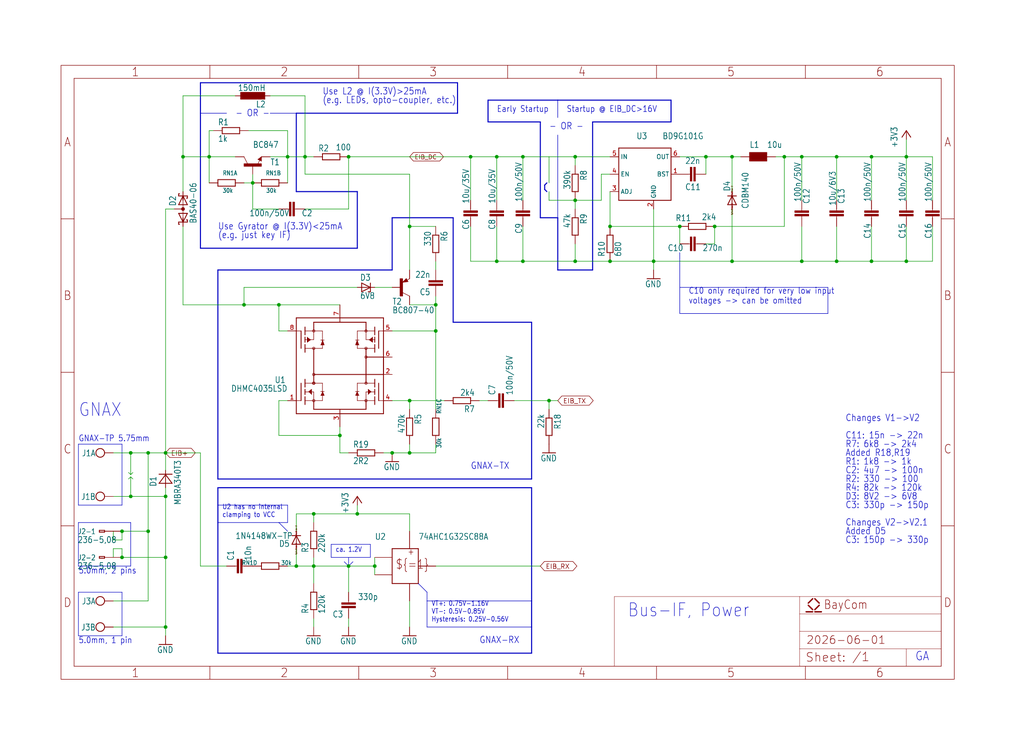
<source format=kicad_sch>
(kicad_sch (version 20230121) (generator eeschema)
  (paper "User" 298.45 217.322)
  (lib_symbols
    (symbol "gnax2-eagle-import:+3V3" (power)
      (property "Value" "+3V3" (at -2.54 -5.08 90))
      (symbol "+3V3_1_0"
        (pin power_in line (at 0 -2.54 90) (length 2.54) (name "+3V3") (number "1"))
      )
    )
    (symbol "gnax2-eagle-import:-PNP-SOT23-BEC"
      (property "Reference" "T" (at -10.16 7.62 0))
      (symbol "-PNP-SOT23-BEC_1_0"
        (pin passive line (at -2.54 0 0) (length 2.54) (name "B") (number "B"))
        (pin passive line (at 2.54 -5.08 90) (length 2.54) (name "C") (number "C"))
        (pin passive line (at 2.54 5.08 270) (length 2.54) (name "E") (number "E"))
      )
    )
    (symbol "gnax2-eagle-import:236-5,08"
      (property "Reference" "X" (at 2.54 -0.762 0))
      (symbol "236-5,08_1_0"
        (pin passive line (at -2.54 0 0) (length 2.54) (name "A1") (number "1@1"))
        (pin passive line (at -5.08 0 0) (length 2.54) (name "B1") (number "1@2"))
      )
    )
    (symbol "gnax2-eagle-import:74AHC1G32SC88A"
      (property "Reference" "U" (at -5.08 12.7 0))
      (symbol "74AHC1G32SC88A_1_0"
        (text "${=1}" (at 0.9525 4.1275 0) (effects (font (size 2.54 2.159)) (justify left bottom)))
        (text "+" (at 4.445 8.255 0) (effects (font (size 1.778 1.5113)) (justify left bottom)))
        (pin bidirectional line (at -5.08 7.62 0) (length 5.08) (name "A") (number "1"))
        (pin bidirectional line (at -5.08 2.54 0) (length 5.08) (name "B") (number "2"))
        (pin bidirectional line (at 5.08 -5.08 90) (length 5.08) (name "GND") (number "3"))
        (pin bidirectional line (at 12.7 5.08 180) (length 5.08) (name "Y") (number "4"))
        (pin bidirectional line (at 5.08 15.24 270) (length 5.08) (name "VCC") (number "5"))
      )
    )
    (symbol "gnax2-eagle-import:A4L-LOC"
      (symbol "A4L-LOC_1_0"
        (text "${#}/${##}" (at 230.505 5.08 0) (effects (font (size 2.54 2.54)) (justify left bottom)))
        (text "${CURRENT_DATE}" (at 217.17 10.16 0) (effects (font (size 2.286 2.286)) (justify left bottom)))
        (text "${PROJECTNAME}" (at 217.17 15.24 0) (effects (font (size 2.54 2.54)) (justify left bottom)))
        (text "1" (at 21.6958 1.905 0) (effects (font (size 2.54 2.286))))
        (text "1" (at 21.6958 177.165 0) (effects (font (size 2.54 2.286))))
        (text "2" (at 65.0875 1.905 0) (effects (font (size 2.54 2.286))))
        (text "2" (at 65.0875 177.165 0) (effects (font (size 2.54 2.286))))
        (text "3" (at 108.4792 1.905 0) (effects (font (size 2.54 2.286))))
        (text "3" (at 108.4792 177.165 0) (effects (font (size 2.54 2.286))))
        (text "4" (at 151.8708 1.905 0) (effects (font (size 2.54 2.286))))
        (text "4" (at 151.8708 177.165 0) (effects (font (size 2.54 2.286))))
        (text "5" (at 195.2625 1.905 0) (effects (font (size 2.54 2.286))))
        (text "5" (at 195.2625 177.165 0) (effects (font (size 2.54 2.286))))
        (text "6" (at 238.6542 1.905 0) (effects (font (size 2.54 2.286))))
        (text "6" (at 238.6542 177.165 0) (effects (font (size 2.54 2.286))))
        (text "A" (at 1.905 156.6863 0) (effects (font (size 2.54 2.286))))
        (text "A" (at 258.445 156.6863 0) (effects (font (size 2.54 2.286))))
        (text "B" (at 1.905 111.9188 0) (effects (font (size 2.54 2.286))))
        (text "B" (at 258.445 111.9188 0) (effects (font (size 2.54 2.286))))
        (text "BayCom" (at 222.25 20.32 0) (effects (font (size 2.54 2.159)) (justify left bottom)))
        (text "C" (at 1.905 67.1513 0) (effects (font (size 2.54 2.286))))
        (text "C" (at 258.445 67.1513 0) (effects (font (size 2.54 2.286))))
        (text "D" (at 1.905 22.3838 0) (effects (font (size 2.54 2.286))))
        (text "D" (at 258.445 22.3838 0) (effects (font (size 2.54 2.286))))
        (text "Sheet:" (at 216.916 4.953 0) (effects (font (size 2.54 2.54)) (justify left bottom)))
      )
    )
    (symbol "gnax2-eagle-import:BAS40-06"
      (property "Reference" "D" (at 0.762 2.0066 0))
      (symbol "BAS40-06_1_0"
        (pin passive line (at -5.08 0 0) (length 2.54) (name "K1") (number "1"))
        (pin passive line (at 5.08 0 180) (length 2.54) (name "K2") (number "2"))
        (pin passive line (at 0 2.54 270) (length 2.54) (name "AA") (number "3"))
      )
    )
    (symbol "gnax2-eagle-import:BC847"
      (property "Reference" "T" (at -10.16 7.62 0))
      (symbol "BC847_1_0"
        (pin passive line (at -2.54 0 0) (length 2.54) (name "B") (number "1"))
        (pin passive line (at 2.54 -5.08 90) (length 2.54) (name "E") (number "2"))
        (pin passive line (at 2.54 5.08 270) (length 2.54) (name "C") (number "3"))
      )
    )
    (symbol "gnax2-eagle-import:BD9G101GSOT23-6"
      (property "Reference" "U" (at -7.62 8.89 0))
      (symbol "BD9G101GSOT23-6_1_0"
        (pin output line (at 10.16 0 180) (length 2.54) (name "BST") (number "1"))
        (pin power_in line (at 2.54 -10.16 90) (length 2.54) (name "GND") (number "2"))
        (pin passive line (at -10.16 -5.08 0) (length 2.54) (name "ADJ") (number "3"))
        (pin input line (at -10.16 0 0) (length 2.54) (name "EN") (number "4"))
        (pin input line (at -10.16 5.08 0) (length 2.54) (name "IN") (number "5"))
        (pin output line (at 10.16 5.08 180) (length 2.54) (name "OUT") (number "6"))
      )
    )
    (symbol "gnax2-eagle-import:C-EUC0603K"
      (property "Reference" "C" (at 1.524 0.381 0))
      (symbol "C-EUC0603K_1_0"
        (pin passive line (at 0 2.54 270) (length 2.54) (name "1") (number "1"))
        (pin passive line (at 0 -5.08 90) (length 2.54) (name "2") (number "2"))
      )
    )
    (symbol "gnax2-eagle-import:C-EUC1206K"
      (property "Reference" "C" (at 1.524 0.381 0))
      (symbol "C-EUC1206K_1_0"
        (pin passive line (at 0 2.54 270) (length 2.54) (name "1") (number "1"))
        (pin passive line (at 0 -5.08 90) (length 2.54) (name "2") (number "2"))
      )
    )
    (symbol "gnax2-eagle-import:CON_2"
      (property "Reference" "J" (at 0 0.889 0))
      (symbol "CON_2_1_0"
        (pin passive line (at 5.08 0 180) (length 2.54) (name "KL") (number "1"))
      )
      (symbol "CON_2_2_0"
        (pin passive line (at 5.08 0 180) (length 2.54) (name "KL") (number "2"))
      )
    )
    (symbol "gnax2-eagle-import:CON_2KNX"
      (property "Reference" "J" (at 0 0.889 0))
      (symbol "CON_2KNX_1_0"
        (pin passive line (at 5.08 0 180) (length 2.54) (name "KL") (number "1"))
      )
      (symbol "CON_2KNX_2_0"
        (pin passive line (at 5.08 0 180) (length 2.54) (name "KL") (number "2"))
      )
    )
    (symbol "gnax2-eagle-import:DHMC4035LSD"
      (property "Reference" "U" (at -16.51 20.32 0))
      (symbol "DHMC4035LSD_1_0"
        (pin bidirectional line (at -15.24 -10.16 0) (length 2.54) (name "N1G") (number "1"))
        (pin bidirectional line (at 15.24 -2.54 180) (length 2.54) (name "P1D/N1D") (number "2"))
        (pin bidirectional line (at 0 -17.78 90) (length 5.08) (name "N1S/N2S") (number "3"))
        (pin bidirectional line (at 15.24 -10.16 180) (length 2.54) (name "N2G") (number "4"))
        (pin bidirectional line (at 15.24 10.16 180) (length 2.54) (name "P2G") (number "5"))
        (pin bidirectional line (at 15.24 2.54 180) (length 2.54) (name "P2D/N2D") (number "6"))
        (pin bidirectional line (at 0 17.78 270) (length 5.08) (name "P1S/P2S") (number "7"))
        (pin bidirectional line (at -15.24 10.16 0) (length 2.54) (name "P1G") (number "8"))
      )
    )
    (symbol "gnax2-eagle-import:DIODE-SOD123"
      (property "Reference" "D" (at 2.54 0.4826 0))
      (symbol "DIODE-SOD123_1_0"
        (text "SpiceOrder 1" (at -2.54 0 0) (effects (font (size 0.4064 0.3454))))
        (text "SpiceOrder 2" (at 2.54 0 0) (effects (font (size 0.4064 0.3454))))
        (pin passive line (at -2.54 0 0) (length 2.54) (name "A") (number "A"))
        (pin passive line (at 2.54 0 180) (length 2.54) (name "C") (number "C"))
      )
    )
    (symbol "gnax2-eagle-import:DIODE-SOD323-R"
      (property "Reference" "D" (at 2.54 0.4826 0))
      (symbol "DIODE-SOD323-R_1_0"
        (text "SpiceOrder 1" (at -2.54 0 0) (effects (font (size 0.4064 0.3454))))
        (text "SpiceOrder 2" (at 2.54 0 0) (effects (font (size 0.4064 0.3454))))
        (pin passive line (at -2.54 0 0) (length 2.54) (name "A") (number "A"))
        (pin passive line (at 2.54 0 180) (length 2.54) (name "C") (number "C"))
      )
    )
    (symbol "gnax2-eagle-import:GND" (power)
      (property "Value" "GND" (at -2.54 -2.54 0))
      (symbol "GND_1_0"
        (pin power_in line (at 0 2.54 270) (length 2.54) (name "GND") (number "1"))
      )
    )
    (symbol "gnax2-eagle-import:L-EU0204/5"
      (property "Reference" "L" (at -1.4986 -3.81 90))
      (symbol "L-EU0204/5_1_0"
        (pin passive line (at 0 5.08 270) (length 2.54) (name "1") (number "1"))
        (pin passive line (at 0 -5.08 90) (length 2.54) (name "2") (number "2"))
      )
    )
    (symbol "gnax2-eagle-import:L_VARELL3"
      (property "Reference" "L" (at -5.08 2.54 0))
      (symbol "L_VARELL3_1_0"
        (pin bidirectional line (at -5.08 0 0) (length 2.54) (name "P$1") (number "P$1"))
        (pin bidirectional line (at 5.08 0 180) (length 2.54) (name "P$2") (number "P$2"))
      )
    )
    (symbol "gnax2-eagle-import:MBRA340T3"
      (property "Reference" "D" (at -2.3114 2.6416 0))
      (symbol "MBRA340T3_1_0"
        (pin passive line (at -2.54 0 0) (length 2.54) (name "A") (number "A"))
        (pin passive line (at 2.54 0 180) (length 2.54) (name "C") (number "C"))
      )
    )
    (symbol "gnax2-eagle-import:R-EU_R0603"
      (property "Reference" "R" (at -3.81 1.4986 0))
      (symbol "R-EU_R0603_1_0"
        (pin passive line (at -5.08 0 0) (length 2.54) (name "1") (number "1"))
        (pin passive line (at 5.08 0 180) (length 2.54) (name "2") (number "2"))
      )
    )
    (symbol "gnax2-eagle-import:R-EU_R0805"
      (property "Reference" "R" (at -3.81 1.4986 0))
      (symbol "R-EU_R0805_1_0"
        (pin passive line (at -5.08 0 0) (length 2.54) (name "1") (number "1"))
        (pin passive line (at 5.08 0 180) (length 2.54) (name "2") (number "2"))
      )
    )
    (symbol "gnax2-eagle-import:RNET12061"
      (property "Reference" "RN" (at -8.255 0.254 0))
      (symbol "RNET12061_1_0"
        (pin bidirectional line (at -5.08 0 0) (length 2.54) (name "P$1") (number "1"))
        (pin bidirectional line (at 5.08 0 180) (length 2.54) (name "P$2") (number "8"))
      )
      (symbol "RNET12061_2_0"
        (pin bidirectional line (at -5.08 0 0) (length 2.54) (name "P$1") (number "2"))
        (pin bidirectional line (at 5.08 0 180) (length 2.54) (name "P$2") (number "7"))
      )
      (symbol "RNET12061_3_0"
        (pin bidirectional line (at -5.08 0 0) (length 2.54) (name "P$1") (number "3"))
        (pin bidirectional line (at 5.08 0 180) (length 2.54) (name "P$2") (number "6"))
      )
      (symbol "RNET12061_4_0"
        (pin bidirectional line (at -5.08 0 0) (length 2.54) (name "P$1") (number "4"))
        (pin bidirectional line (at 5.08 0 180) (length 2.54) (name "P$2") (number "5"))
      )
    )
    (symbol "gnax2-eagle-import:ZENER-DIODESOT23"
      (property "Reference" "D" (at -1.778 1.905 0))
      (symbol "ZENER-DIODESOT23_1_0"
        (pin passive line (at -2.54 0 0) (length 2.54) (name "A") (number "1"))
        (pin passive line (at 2.54 0 180) (length 2.54) (name "C") (number "3"))
      )
    )
  )
  (junction (at 71.12 88.9))
  (junction (at 144.78 45.72))
  (junction (at 243.84 76.2))
  (junction (at 48.26 132.08))
  (junction (at 167.64 76.2))
  (junction (at 243.84 45.72))
  (junction (at 43.18 132.08))
  (junction (at 205.74 45.72))
  (junction (at 83.82 45.72))
  (junction (at 137.16 45.72))
  (junction (at 152.4 45.72))
  (junction (at 198.12 66.04))
  (junction (at 73.66 53.34))
  (junction (at 35.56 154.94))
  (junction (at 160.02 116.84))
  (junction (at 91.44 165.1))
  (junction (at 114.3 132.08))
  (junction (at 254 76.2))
  (junction (at 177.8 66.04))
  (junction (at 233.68 76.2))
  (junction (at 48.26 144.78))
  (junction (at 53.34 45.72))
  (junction (at 48.26 162.56))
  (junction (at 104.14 149.86))
  (junction (at 99.06 127))
  (junction (at 167.64 58.42))
  (junction (at 144.78 76.2))
  (junction (at 213.36 76.2))
  (junction (at 48.26 182.88))
  (junction (at 101.6 165.1))
  (junction (at 119.38 116.84))
  (junction (at 233.68 45.72))
  (junction (at 35.56 162.56))
  (junction (at 190.5 76.2))
  (junction (at 213.36 45.72))
  (junction (at 264.16 45.72))
  (junction (at 119.38 66.04))
  (junction (at 119.38 132.08))
  (junction (at 81.28 88.9))
  (junction (at 208.28 66.04))
  (junction (at 264.16 76.2))
  (junction (at 167.64 45.72))
  (junction (at 254 45.72))
  (junction (at 152.4 76.2))
  (junction (at 177.8 76.2))
  (junction (at 38.1 144.78))
  (junction (at 91.44 149.86))
  (junction (at 109.22 165.1))
  (junction (at 86.36 165.1))
  (junction (at 228.6 45.72))
  (junction (at 101.6 45.72))
  (junction (at 60.96 45.72))
  (junction (at 88.9 45.72))
  (junction (at 38.1 132.08))
  (junction (at 127 96.52))
  (junction (at 43.18 154.94))
  (junction (at 127 88.9))
  (wire (pts (xy 91.44 165.1) (xy 91.44 170.18)) (stroke (width 0.1524)))
  (polyline (pts (xy 22.86 152.4) (xy 38.1 152.4)) (stroke (width 0.1524) (type solid)))
  (wire (pts (xy 33.02 144.78) (xy 38.1 144.78)) (stroke (width 0.1524)))
  (wire (pts (xy 38.1 144.78) (xy 48.26 144.78)) (stroke (width 0.1524)))
  (wire (pts (xy 119.38 50.8) (xy 88.9 50.8)) (stroke (width 0.1524)))
  (wire (pts (xy 73.66 60.96) (xy 81.28 60.96)) (stroke (width 0.1524)))
  (wire (pts (xy 264.16 40.64) (xy 264.16 45.72)) (stroke (width 0.1524)))
  (wire (pts (xy 254 45.72) (xy 264.16 45.72)) (stroke (width 0.1524)))
  (polyline (pts (xy 58.42 24.13) (xy 133.35 24.13)) (stroke (width 0.3048) (type solid)))
  (wire (pts (xy 35.56 157.48) (xy 35.56 154.94)) (stroke (width 0.1524)))
  (wire (pts (xy 119.38 132.08) (xy 127 132.08)) (stroke (width 0.1524)))
  (polyline (pts (xy 58.42 33.02) (xy 58.42 24.13)) (stroke (width 0.3048) (type solid)))
  (polyline (pts (xy 22.86 129.54) (xy 22.86 147.32)) (stroke (width 0.1524) (type solid)))
  (polyline (pts (xy 241.3 91.44) (xy 241.3 83.82)) (stroke (width 0.1524) (type solid)))
  (wire (pts (xy 104.14 149.86) (xy 104.14 147.32)) (stroke (width 0.1524)))
  (polyline (pts (xy 58.42 33.02) (xy 58.42 72.39)) (stroke (width 0.3048) (type solid)))
  (wire (pts (xy 190.5 78.74) (xy 190.5 76.2)) (stroke (width 0.1524)))
  (wire (pts (xy 60.96 38.1) (xy 62.23 38.1)) (stroke (width 0.1524)))
  (wire (pts (xy 109.22 165.1) (xy 109.22 167.64)) (stroke (width 0.1524)))
  (wire (pts (xy 48.26 132.08) (xy 58.42 132.08)) (stroke (width 0.1524)))
  (polyline (pts (xy 132.08 93.98) (xy 132.08 63.5)) (stroke (width 0.3048) (type solid)))
  (wire (pts (xy 48.26 182.88) (xy 48.26 185.42)) (stroke (width 0.1524)))
  (polyline (pts (xy 35.56 185.42) (xy 22.86 185.42)) (stroke (width 0.1524) (type solid)))
  (polyline (pts (xy 132.08 63.5) (xy 114.3 63.5)) (stroke (width 0.3048) (type solid)))
  (wire (pts (xy 81.28 116.84) (xy 83.82 116.84)) (stroke (width 0.1524)))
  (wire (pts (xy 86.36 149.86) (xy 91.44 149.86)) (stroke (width 0.1524)))
  (polyline (pts (xy 63.5 190.5) (xy 63.5 152.4)) (stroke (width 0.3048) (type solid)))
  (wire (pts (xy 91.44 162.56) (xy 91.44 165.1)) (stroke (width 0.1524)))
  (wire (pts (xy 144.78 58.42) (xy 144.78 45.72)) (stroke (width 0.1524)))
  (wire (pts (xy 33.02 160.02) (xy 35.56 160.02)) (stroke (width 0.1524)))
  (wire (pts (xy 81.28 96.52) (xy 81.28 88.9)) (stroke (width 0.1524)))
  (polyline (pts (xy 241.3 83.82) (xy 198.12 83.82)) (stroke (width 0.1524) (type solid)))
  (polyline (pts (xy 63.5 142.24) (xy 154.94 142.24)) (stroke (width 0.3048) (type solid)))
  (wire (pts (xy 60.96 45.72) (xy 68.58 45.72)) (stroke (width 0.1524)))
  (polyline (pts (xy 104.14 55.88) (xy 86.36 55.88)) (stroke (width 0.3048) (type solid)))
  (wire (pts (xy 127 88.9) (xy 127 96.52)) (stroke (width 0.1524)))
  (wire (pts (xy 119.38 116.84) (xy 129.54 116.84)) (stroke (width 0.1524)))
  (wire (pts (xy 213.36 55.88) (xy 213.36 45.72)) (stroke (width 0.1524)))
  (wire (pts (xy 101.6 165.1) (xy 109.22 165.1)) (stroke (width 0.1524)))
  (polyline (pts (xy 124.46 175.26) (xy 124.46 172.72)) (stroke (width 0.1524) (type solid)))
  (polyline (pts (xy 158.75 55.245) (xy 158.75 53.975)) (stroke (width 0.3048) (type solid)))
  (polyline (pts (xy 124.46 172.72) (xy 121.92 170.18)) (stroke (width 0.1524) (type solid)))
  (wire (pts (xy 99.06 88.9) (xy 81.28 88.9)) (stroke (width 0.1524)))
  (wire (pts (xy 271.78 45.72) (xy 271.78 58.42)) (stroke (width 0.1524)))
  (polyline (pts (xy 154.94 182.88) (xy 154.94 190.5)) (stroke (width 0.3048) (type solid)))
  (wire (pts (xy 127 119.38) (xy 127 96.52)) (stroke (width 0.1524)))
  (wire (pts (xy 243.84 66.04) (xy 243.84 76.2)) (stroke (width 0.1524)))
  (polyline (pts (xy 162.56 39.37) (xy 162.56 63.5)) (stroke (width 0.1524) (type solid)))
  (polyline (pts (xy 81.28 152.4) (xy 63.5 152.4)) (stroke (width 0.1524) (type solid)))
  (wire (pts (xy 243.84 76.2) (xy 233.68 76.2)) (stroke (width 0.1524)))
  (wire (pts (xy 167.64 60.96) (xy 167.64 58.42)) (stroke (width 0.1524)))
  (polyline (pts (xy 158.75 53.975) (xy 159.385 53.34)) (stroke (width 0.3048) (type solid)))
  (polyline (pts (xy 86.36 33.02) (xy 133.35 33.02)) (stroke (width 0.3048) (type solid)))
  (polyline (pts (xy 162.56 63.5) (xy 162.56 78.74)) (stroke (width 0.3048) (type solid)))
  (polyline (pts (xy 22.86 152.4) (xy 22.86 165.1)) (stroke (width 0.1524) (type solid)))
  (wire (pts (xy 71.12 88.9) (xy 81.28 88.9)) (stroke (width 0.1524)))
  (wire (pts (xy 127 96.52) (xy 114.3 96.52)) (stroke (width 0.1524)))
  (wire (pts (xy 213.36 60.96) (xy 213.36 76.2)) (stroke (width 0.1524)))
  (polyline (pts (xy 58.42 33.02) (xy 66.04 33.02)) (stroke (width 0.1524) (type solid)))
  (polyline (pts (xy 63.5 139.7) (xy 154.94 139.7)) (stroke (width 0.3048) (type solid)))
  (wire (pts (xy 233.68 58.42) (xy 233.68 45.72)) (stroke (width 0.1524)))
  (polyline (pts (xy 35.56 147.32) (xy 35.56 129.54)) (stroke (width 0.1524) (type solid)))
  (polyline (pts (xy 195.58 29.21) (xy 162.56 29.21)) (stroke (width 0.3048) (type solid)))
  (polyline (pts (xy 159.385 55.88) (xy 158.75 55.245)) (stroke (width 0.3048) (type solid)))
  (wire (pts (xy 243.84 45.72) (xy 233.68 45.72)) (stroke (width 0.1524)))
  (wire (pts (xy 205.74 71.12) (xy 208.28 71.12)) (stroke (width 0.1524)))
  (wire (pts (xy 114.3 116.84) (xy 119.38 116.84)) (stroke (width 0.1524)))
  (wire (pts (xy 233.68 66.04) (xy 233.68 76.2)) (stroke (width 0.1524)))
  (polyline (pts (xy 114.3 78.74) (xy 63.5 78.74)) (stroke (width 0.3048) (type solid)))
  (wire (pts (xy 139.7 116.84) (xy 142.24 116.84)) (stroke (width 0.1524)))
  (wire (pts (xy 127 165.1) (xy 157.48 165.1)) (stroke (width 0.1524)))
  (wire (pts (xy 160.02 58.42) (xy 160.02 55.88)) (stroke (width 0.1524)))
  (polyline (pts (xy 154.94 190.5) (xy 63.5 190.5)) (stroke (width 0.3048) (type solid)))
  (wire (pts (xy 109.22 165.1) (xy 109.22 162.56)) (stroke (width 0.1524)))
  (wire (pts (xy 175.26 58.42) (xy 175.26 50.8)) (stroke (width 0.1524)))
  (wire (pts (xy 48.26 60.96) (xy 48.26 132.08)) (stroke (width 0.1524)))
  (wire (pts (xy 38.1 139.065) (xy 37.465 139.7)) (stroke (width 0.1524)))
  (wire (pts (xy 43.18 175.26) (xy 43.18 154.94)) (stroke (width 0.1524)))
  (wire (pts (xy 53.34 88.9) (xy 71.12 88.9)) (stroke (width 0.1524)))
  (wire (pts (xy 137.16 45.72) (xy 144.78 45.72)) (stroke (width 0.1524)))
  (polyline (pts (xy 107.95 162.56) (xy 107.95 158.75)) (stroke (width 0.1524) (type solid)))
  (polyline (pts (xy 162.56 29.21) (xy 142.24 29.21)) (stroke (width 0.3048) (type solid)))
  (wire (pts (xy 53.34 45.72) (xy 53.34 27.94)) (stroke (width 0.1524)))
  (wire (pts (xy 83.82 45.72) (xy 88.9 45.72)) (stroke (width 0.1524)))
  (wire (pts (xy 101.6 172.72) (xy 101.6 165.1)) (stroke (width 0.1524)))
  (wire (pts (xy 152.4 76.2) (xy 167.64 76.2)) (stroke (width 0.1524)))
  (polyline (pts (xy 198.12 73.66) (xy 198.12 83.82)) (stroke (width 0.1524) (type solid)))
  (wire (pts (xy 83.82 53.34) (xy 83.82 45.72)) (stroke (width 0.1524)))
  (polyline (pts (xy 38.1 152.4) (xy 38.1 165.1)) (stroke (width 0.1524) (type solid)))
  (wire (pts (xy 144.78 76.2) (xy 137.16 76.2)) (stroke (width 0.1524)))
  (polyline (pts (xy 86.36 55.88) (xy 86.36 33.02)) (stroke (width 0.3048) (type solid)))
  (wire (pts (xy 127 86.36) (xy 127 88.9)) (stroke (width 0.1524)))
  (wire (pts (xy 53.34 45.72) (xy 53.34 55.88)) (stroke (width 0.1524)))
  (wire (pts (xy 167.64 58.42) (xy 160.02 58.42)) (stroke (width 0.1524)))
  (wire (pts (xy 38.1 132.08) (xy 43.18 132.08)) (stroke (width 0.1524)))
  (wire (pts (xy 60.96 53.34) (xy 60.96 45.72)) (stroke (width 0.1524)))
  (wire (pts (xy 119.38 119.38) (xy 119.38 116.84)) (stroke (width 0.1524)))
  (wire (pts (xy 71.12 83.82) (xy 104.14 83.82)) (stroke (width 0.1524)))
  (wire (pts (xy 58.42 132.08) (xy 58.42 165.1)) (stroke (width 0.1524)))
  (wire (pts (xy 48.26 162.56) (xy 48.26 182.88)) (stroke (width 0.1524)))
  (wire (pts (xy 152.4 58.42) (xy 152.4 45.72)) (stroke (width 0.1524)))
  (polyline (pts (xy 124.46 182.88) (xy 124.46 175.26)) (stroke (width 0.1524) (type solid)))
  (wire (pts (xy 101.6 182.88) (xy 101.6 180.34)) (stroke (width 0.1524)))
  (polyline (pts (xy 198.12 91.44) (xy 241.3 91.44)) (stroke (width 0.1524) (type solid)))
  (wire (pts (xy 38.1 138.43) (xy 37.465 137.795)) (stroke (width 0.1524)))
  (polyline (pts (xy 22.86 185.42) (xy 22.86 172.72)) (stroke (width 0.1524) (type solid)))
  (wire (pts (xy 33.02 162.56) (xy 33.02 160.02)) (stroke (width 0.1524)))
  (wire (pts (xy 137.16 58.42) (xy 137.16 45.72)) (stroke (width 0.1524)))
  (polyline (pts (xy 154.94 139.7) (xy 154.94 93.98)) (stroke (width 0.3048) (type solid)))
  (polyline (pts (xy 142.24 35.56) (xy 157.48 35.56)) (stroke (width 0.3048) (type solid)))
  (wire (pts (xy 243.84 76.2) (xy 254 76.2)) (stroke (width 0.1524)))
  (wire (pts (xy 127 132.08) (xy 127 129.54)) (stroke (width 0.1524)))
  (wire (pts (xy 48.26 142.24) (xy 48.26 144.78)) (stroke (width 0.1524)))
  (polyline (pts (xy 96.52 162.56) (xy 101.6 162.56)) (stroke (width 0.1524) (type solid)))
  (wire (pts (xy 167.64 71.12) (xy 167.64 76.2)) (stroke (width 0.1524)))
  (wire (pts (xy 88.9 50.8) (xy 88.9 45.72)) (stroke (width 0.1524)))
  (wire (pts (xy 101.6 45.72) (xy 137.16 45.72)) (stroke (width 0.1524)))
  (wire (pts (xy 73.66 50.8) (xy 73.66 53.34)) (stroke (width 0.1524)))
  (wire (pts (xy 160.02 119.38) (xy 160.02 116.84)) (stroke (width 0.1524)))
  (wire (pts (xy 119.38 66.04) (xy 119.38 50.8)) (stroke (width 0.1524)))
  (polyline (pts (xy 22.86 147.32) (xy 35.56 147.32)) (stroke (width 0.1524) (type solid)))
  (wire (pts (xy 160.02 116.84) (xy 162.56 116.84)) (stroke (width 0.1524)))
  (wire (pts (xy 264.16 76.2) (xy 271.78 76.2)) (stroke (width 0.1524)))
  (polyline (pts (xy 101.6 162.56) (xy 101.6 165.1)) (stroke (width 0.1524) (type solid)))
  (wire (pts (xy 83.82 96.52) (xy 81.28 96.52)) (stroke (width 0.1524)))
  (wire (pts (xy 48.26 137.16) (xy 48.26 132.08)) (stroke (width 0.1524)))
  (wire (pts (xy 72.39 38.1) (xy 83.82 38.1)) (stroke (width 0.1524)))
  (wire (pts (xy 119.38 149.86) (xy 119.38 154.94)) (stroke (width 0.1524)))
  (wire (pts (xy 119.38 132.08) (xy 119.38 129.54)) (stroke (width 0.1524)))
  (wire (pts (xy 83.82 38.1) (xy 83.82 45.72)) (stroke (width 0.1524)))
  (wire (pts (xy 88.9 45.72) (xy 91.44 45.72)) (stroke (width 0.1524)))
  (wire (pts (xy 53.34 88.9) (xy 53.34 66.04)) (stroke (width 0.1524)))
  (wire (pts (xy 111.76 132.08) (xy 114.3 132.08)) (stroke (width 0.1524)))
  (polyline (pts (xy 107.95 158.75) (xy 96.52 158.75)) (stroke (width 0.1524) (type solid)))
  (wire (pts (xy 264.16 76.2) (xy 264.16 66.04)) (stroke (width 0.1524)))
  (polyline (pts (xy 154.94 142.24) (xy 154.94 175.26)) (stroke (width 0.3048) (type solid)))
  (wire (pts (xy 88.9 27.94) (xy 88.9 45.72)) (stroke (width 0.1524)))
  (polyline (pts (xy 172.72 35.56) (xy 195.58 35.56)) (stroke (width 0.3048) (type solid)))
  (polyline (pts (xy 63.5 152.4) (xy 63.5 147.32)) (stroke (width 0.1524) (type solid)))
  (wire (pts (xy 208.28 66.04) (xy 228.6 66.04)) (stroke (width 0.1524)))
  (wire (pts (xy 91.44 149.86) (xy 91.44 152.4)) (stroke (width 0.1524)))
  (wire (pts (xy 58.42 165.1) (xy 66.04 165.1)) (stroke (width 0.1524)))
  (polyline (pts (xy 162.56 78.74) (xy 172.72 78.74)) (stroke (width 0.3048) (type solid)))
  (wire (pts (xy 48.26 144.78) (xy 48.26 162.56)) (stroke (width 0.1524)))
  (polyline (pts (xy 101.6 165.1) (xy 102.87 163.83)) (stroke (width 0.1524) (type solid)))
  (wire (pts (xy 60.96 45.72) (xy 60.96 38.1)) (stroke (width 0.1524)))
  (wire (pts (xy 81.28 127) (xy 99.06 127)) (stroke (width 0.1524)))
  (polyline (pts (xy 154.94 182.88) (xy 124.46 182.88)) (stroke (width 0.1524) (type solid)))
  (wire (pts (xy 50.8 60.96) (xy 48.26 60.96)) (stroke (width 0.1524)))
  (wire (pts (xy 33.02 175.26) (xy 43.18 175.26)) (stroke (width 0.1524)))
  (polyline (pts (xy 142.24 29.21) (xy 142.24 35.56)) (stroke (width 0.3048) (type solid)))
  (wire (pts (xy 53.34 27.94) (xy 68.58 27.94)) (stroke (width 0.1524)))
  (wire (pts (xy 38.1 144.78) (xy 38.1 139.065)) (stroke (width 0.1524)))
  (wire (pts (xy 114.3 132.08) (xy 119.38 132.08)) (stroke (width 0.1524)))
  (wire (pts (xy 119.38 175.26) (xy 119.38 182.88)) (stroke (width 0.1524)))
  (wire (pts (xy 233.68 76.2) (xy 213.36 76.2)) (stroke (width 0.1524)))
  (wire (pts (xy 167.64 48.26) (xy 167.64 45.72)) (stroke (width 0.1524)))
  (wire (pts (xy 175.26 50.8) (xy 177.8 50.8)) (stroke (width 0.1524)))
  (wire (pts (xy 33.02 132.08) (xy 38.1 132.08)) (stroke (width 0.1524)))
  (wire (pts (xy 78.74 27.94) (xy 88.9 27.94)) (stroke (width 0.1524)))
  (polyline (pts (xy 198.12 83.82) (xy 198.12 91.44)) (stroke (width 0.1524) (type solid)))
  (wire (pts (xy 86.36 154.94) (xy 86.36 149.86)) (stroke (width 0.1524)))
  (polyline (pts (xy 162.56 29.21) (xy 162.56 34.29)) (stroke (width 0.1524) (type solid)))
  (wire (pts (xy 33.02 182.88) (xy 48.26 182.88)) (stroke (width 0.1524)))
  (polyline (pts (xy 83.82 147.32) (xy 83.82 152.4)) (stroke (width 0.1524) (type solid)))
  (wire (pts (xy 109.22 83.82) (xy 114.3 83.82)) (stroke (width 0.1524)))
  (wire (pts (xy 33.02 154.94) (xy 33.02 157.48)) (stroke (width 0.1524)))
  (wire (pts (xy 177.8 76.2) (xy 190.5 76.2)) (stroke (width 0.1524)))
  (polyline (pts (xy 78.74 33.02) (xy 86.36 33.02)) (stroke (width 0.1524) (type solid)))
  (wire (pts (xy 119.38 66.04) (xy 127 66.04)) (stroke (width 0.1524)))
  (wire (pts (xy 86.36 160.02) (xy 86.36 165.1)) (stroke (width 0.1524)))
  (polyline (pts (xy 133.35 24.13) (xy 133.35 33.02)) (stroke (width 0.3048) (type solid)))
  (wire (pts (xy 35.56 160.02) (xy 35.56 162.56)) (stroke (width 0.1524)))
  (wire (pts (xy 101.6 60.96) (xy 88.9 60.96)) (stroke (width 0.1524)))
  (wire (pts (xy 264.16 45.72) (xy 271.78 45.72)) (stroke (width 0.1524)))
  (polyline (pts (xy 101.6 165.1) (xy 100.33 163.83)) (stroke (width 0.1524) (type solid)))
  (wire (pts (xy 208.28 66.04) (xy 208.28 71.12)) (stroke (width 0.1524)))
  (polyline (pts (xy 63.5 152.4) (xy 63.5 147.32)) (stroke (width 0.3048) (type solid)))
  (wire (pts (xy 119.38 88.9) (xy 127 88.9)) (stroke (width 0.1524)))
  (polyline (pts (xy 195.58 35.56) (xy 195.58 29.21)) (stroke (width 0.3048) (type solid)))
  (polyline (pts (xy 35.56 129.54) (xy 22.86 129.54)) (stroke (width 0.1524) (type solid)))
  (wire (pts (xy 101.6 45.72) (xy 101.6 60.96)) (stroke (width 0.1524)))
  (polyline (pts (xy 157.48 35.56) (xy 157.48 63.5)) (stroke (width 0.3048) (type solid)))
  (wire (pts (xy 167.64 45.72) (xy 177.8 45.72)) (stroke (width 0.1524)))
  (wire (pts (xy 177.8 55.88) (xy 177.8 66.04)) (stroke (width 0.1524)))
  (wire (pts (xy 167.64 58.42) (xy 175.26 58.42)) (stroke (width 0.1524)))
  (wire (pts (xy 78.74 45.72) (xy 83.82 45.72)) (stroke (width 0.1524)))
  (polyline (pts (xy 172.72 78.74) (xy 172.72 35.56)) (stroke (width 0.3048) (type solid)))
  (wire (pts (xy 38.1 132.08) (xy 38.1 138.43)) (stroke (width 0.1524)))
  (polyline (pts (xy 154.94 175.26) (xy 154.94 182.88)) (stroke (width 0.3048) (type solid)))
  (polyline (pts (xy 58.42 72.39) (xy 104.14 72.39)) (stroke (width 0.3048) (type solid)))
  (wire (pts (xy 137.16 66.04) (xy 137.16 76.2)) (stroke (width 0.1524)))
  (wire (pts (xy 99.06 132.08) (xy 101.6 132.08)) (stroke (width 0.1524)))
  (wire (pts (xy 243.84 45.72) (xy 254 45.72)) (stroke (width 0.1524)))
  (wire (pts (xy 198.12 66.04) (xy 177.8 66.04)) (stroke (width 0.1524)))
  (wire (pts (xy 152.4 76.2) (xy 144.78 76.2)) (stroke (width 0.1524)))
  (wire (pts (xy 243.84 58.42) (xy 243.84 45.72)) (stroke (width 0.1524)))
  (polyline (pts (xy 22.86 172.72) (xy 35.56 172.72)) (stroke (width 0.1524) (type solid)))
  (wire (pts (xy 91.44 165.1) (xy 101.6 165.1)) (stroke (width 0.1524)))
  (polyline (pts (xy 154.94 93.98) (xy 132.08 93.98)) (stroke (width 0.3048) (type solid)))
  (polyline (pts (xy 114.3 63.5) (xy 114.3 78.74)) (stroke (width 0.3048) (type solid)))
  (wire (pts (xy 144.78 45.72) (xy 152.4 45.72)) (stroke (width 0.1524)))
  (wire (pts (xy 152.4 66.04) (xy 152.4 76.2)) (stroke (width 0.1524)))
  (wire (pts (xy 60.96 45.72) (xy 53.34 45.72)) (stroke (width 0.1524)))
  (wire (pts (xy 119.38 78.74) (xy 119.38 66.04)) (stroke (width 0.1524)))
  (wire (pts (xy 73.66 53.34) (xy 73.66 60.96)) (stroke (width 0.1524)))
  (wire (pts (xy 213.36 76.2) (xy 190.5 76.2)) (stroke (width 0.1524)))
  (wire (pts (xy 91.44 180.34) (xy 91.44 182.88)) (stroke (width 0.1524)))
  (wire (pts (xy 35.56 154.94) (xy 43.18 154.94)) (stroke (width 0.1524)))
  (polyline (pts (xy 63.5 78.74) (xy 63.5 139.7)) (stroke (width 0.3048) (type solid)))
  (polyline (pts (xy 96.52 158.75) (xy 96.52 162.56)) (stroke (width 0.1524) (type solid)))
  (wire (pts (xy 213.36 45.72) (xy 215.9 45.72)) (stroke (width 0.1524)))
  (polyline (pts (xy 104.14 72.39) (xy 104.14 55.88)) (stroke (width 0.3048) (type solid)))
  (wire (pts (xy 81.28 127) (xy 81.28 116.84)) (stroke (width 0.1524)))
  (wire (pts (xy 35.56 162.56) (xy 48.26 162.56)) (stroke (width 0.1524)))
  (wire (pts (xy 205.74 45.72) (xy 213.36 45.72)) (stroke (width 0.1524)))
  (polyline (pts (xy 81.28 152.4) (xy 83.82 154.94)) (stroke (width 0.1524) (type solid)))
  (polyline (pts (xy 22.86 165.1) (xy 38.1 165.1)) (stroke (width 0.1524) (type solid)))
  (wire (pts (xy 190.5 76.2) (xy 190.5 60.96)) (stroke (width 0.1524)))
  (wire (pts (xy 43.18 132.08) (xy 48.26 132.08)) (stroke (width 0.1524)))
  (polyline (pts (xy 83.82 152.4) (xy 81.28 152.4)) (stroke (width 0.1524) (type solid)))
  (polyline (pts (xy 35.56 172.72) (xy 35.56 185.42)) (stroke (width 0.1524) (type solid)))
  (wire (pts (xy 264.16 58.42) (xy 264.16 45.72)) (stroke (width 0.1524)))
  (wire (pts (xy 228.6 45.72) (xy 228.6 66.04)) (stroke (width 0.1524)))
  (wire (pts (xy 254 76.2) (xy 254 66.04)) (stroke (width 0.1524)))
  (polyline (pts (xy 63.5 147.32) (xy 63.5 142.24)) (stroke (width 0.3048) (type solid)))
  (polyline (pts (xy 63.5 147.32) (xy 83.82 147.32)) (stroke (width 0.1524) (type solid)))
  (wire (pts (xy 73.66 53.34) (xy 71.12 53.34)) (stroke (width 0.1524)))
  (wire (pts (xy 71.12 88.9) (xy 71.12 83.82)) (stroke (width 0.1524)))
  (wire (pts (xy 43.18 154.94) (xy 43.18 132.08)) (stroke (width 0.1524)))
  (wire (pts (xy 152.4 45.72) (xy 160.02 45.72)) (stroke (width 0.1524)))
  (wire (pts (xy 83.82 165.1) (xy 86.36 165.1)) (stroke (width 0.1524)))
  (wire (pts (xy 99.06 124.46) (xy 99.06 127)) (stroke (width 0.1524)))
  (wire (pts (xy 99.06 127) (xy 99.06 132.08)) (stroke (width 0.1524)))
  (wire (pts (xy 33.02 157.48) (xy 35.56 157.48)) (stroke (width 0.1524)))
  (wire (pts (xy 104.14 149.86) (xy 119.38 149.86)) (stroke (width 0.1524)))
  (wire (pts (xy 149.86 116.84) (xy 160.02 116.84)) (stroke (width 0.1524)))
  (polyline (pts (xy 124.46 175.26) (xy 154.94 175.26)) (stroke (width 0.1524) (type solid)))
  (wire (pts (xy 271.78 76.2) (xy 271.78 66.04)) (stroke (width 0.1524)))
  (wire (pts (xy 38.1 138.43) (xy 38.735 137.795)) (stroke (width 0.1524)))
  (wire (pts (xy 160.02 45.72) (xy 167.64 45.72)) (stroke (width 0.1524)))
  (wire (pts (xy 198.12 71.12) (xy 198.12 66.04)) (stroke (width 0.1524)))
  (polyline (pts (xy 157.48 63.5) (xy 162.56 63.5)) (stroke (width 0.3048) (type solid)))
  (wire (pts (xy 226.06 45.72) (xy 228.6 45.72)) (stroke (width 0.1524)))
  (polyline (pts (xy 154.94 175.26) (xy 154.94 182.88)) (stroke (width 0.1524) (type solid)))
  (wire (pts (xy 254 58.42) (xy 254 45.72)) (stroke (width 0.1524)))
  (wire (pts (xy 127 78.74) (xy 127 76.2)) (stroke (width 0.1524)))
  (wire (pts (xy 254 76.2) (xy 264.16 76.2)) (stroke (width 0.1524)))
  (wire (pts (xy 228.6 45.72) (xy 233.68 45.72)) (stroke (width 0.1524)))
  (wire (pts (xy 38.1 139.065) (xy 38.735 139.7)) (stroke (width 0.1524)))
  (wire (pts (xy 104.14 149.86) (xy 91.44 149.86)) (stroke (width 0.1524)))
  (wire (pts (xy 144.78 66.04) (xy 144.78 76.2)) (stroke (width 0.1524)))
  (polyline (pts (xy 101.6 162.56) (xy 107.95 162.56)) (stroke (width 0.1524) (type solid)))
  (wire (pts (xy 86.36 165.1) (xy 91.44 165.1)) (stroke (width 0.1524)))
  (wire (pts (xy 198.12 45.72) (xy 205.74 45.72)) (stroke (width 0.1524)))
  (wire (pts (xy 167.64 76.2) (xy 177.8 76.2)) (stroke (width 0.1524)))
  (wire (pts (xy 160.02 45.72) (xy 160.02 53.34)) (stroke (width 0.1524)))
  (wire (pts (xy 205.74 50.8) (xy 205.74 45.72)) (stroke (width 0.1524)))
  (text "Use L2 @ I(3.3V)>25mA" (at 93.98 27.94 0) (effects (font (size 1.9304 1.6408)) (justify left bottom)))
  (text "Changes V2->V2.1" (at 246.38 153.67 0) (effects (font (size 1.9304 1.6408)) (justify left bottom)))
  (text "D3: 8V2 -> 6V8" (at 246.38 146.05 0) (effects (font (size 1.9304 1.6408)) (justify left bottom)))
  (text "C3: 330p -> 150p" (at 246.38 148.59 0) (effects (font (size 1.9304 1.6408)) (justify left bottom)))
  (text "C11: 15n -> 22n" (at 246.38 128.27 0) (effects (font (size 1.9304 1.6408)) (justify left bottom)))
  (text "GNAX" (at 22.86 121.92 0) (effects (font (size 3.81 3.2385)) (justify left bottom)))
  (text "(e.g. LEDs, opto-coupler, etc.)" (at 93.98 30.48 0) (effects (font (size 1.9304 1.6408)) (justify left bottom)))
  (text "C2: 4u7 -> 100n" (at 246.38 138.43 0) (effects (font (size 1.9304 1.6408)) (justify left bottom)))
  (text "C10 only required for very low input\nvoltages -> can be omitted" (at 200.66 88.9 0) (effects (font (size 1.778 1.5113)) (justify left bottom)))
  (text "GNAX-TX" (at 137.16 137.16 0) (effects (font (size 1.9304 1.6408)) (justify left bottom)))
  (text "(e.g. just key IF)" (at 63.5 69.85 0) (effects (font (size 1.9304 1.6408)) (justify left bottom)))
  (text "R4: 82k -> 120k" (at 246.38 143.51 0) (effects (font (size 1.9304 1.6408)) (justify left bottom)))
  (text "- OR -" (at 68.58 34.29 0) (effects (font (size 1.9304 1.6408)) (justify left bottom)))
  (text "C3: 150p -> 330p" (at 246.38 158.75 0) (effects (font (size 1.9304 1.6408)) (justify left bottom)))
  (text "U2 has no internal\nclamping to VCC~{}" (at 64.77 151.13 0) (effects (font (size 1.4224 1.209)) (justify left bottom)))
  (text "Added R18,R19" (at 246.38 133.35 0) (effects (font (size 1.9304 1.6408)) (justify left bottom)))
  (text "Early Startup" (at 144.78 33.02 0) (effects (font (size 1.778 1.5113)) (justify left bottom)))
  (text "Startup @ EIB_DC>16V" (at 165.1 33.02 0) (effects (font (size 1.778 1.5113)) (justify left bottom)))
  (text "ca. 1.2V" (at 97.79 161.29 0) (effects (font (size 1.4224 1.209)) (justify left bottom)))
  (text "R2: 330 -> 100" (at 246.38 140.97 0) (effects (font (size 1.9304 1.6408)) (justify left bottom)))
  (text "Use Gyrator @ I(3.3V)<25mA" (at 63.5 67.31 0) (effects (font (size 1.9304 1.6408)) (justify left bottom)))
  (text "5.0mm, 1 pin" (at 22.86 187.96 0) (effects (font (size 1.778 1.5113)) (justify left bottom)))
  (text "GNAX-TP 5.75mm" (at 22.86 127 0) (effects (font (size 1.778 1.5113)) (justify left top)))
  (text "GA" (at 266.7 193.04 0) (effects (font (size 2.54 2.159)) (justify left bottom)))
  (text "Changes V1->V2" (at 246.38 123.19 0) (effects (font (size 1.9304 1.6408)) (justify left bottom)))
  (text "R7: 6k8 -> 2k4" (at 246.38 130.81 0) (effects (font (size 1.9304 1.6408)) (justify left bottom)))
  (text "GNAX-RX" (at 139.7 187.96 0) (effects (font (size 1.9304 1.6408)) (justify left bottom)))
  (text "VT+: 0.75V-1.16V\nVT-: 0.5V-0.85V\nHysteresis: 0.25V-0.56V" (at 125.73 181.61 0) (effects (font (size 1.4224 1.209)) (justify left bottom)))
  (text "Added D5" (at 246.38 156.21 0) (effects (font (size 1.9304 1.6408)) (justify left bottom)))
  (text "Bus-IF, Power" (at 182.88 180.34 0) (effects (font (size 3.81 3.2385)) (justify left bottom)))
  (text "R1: 1k8 -> 1k" (at 246.38 135.89 0) (effects (font (size 1.9304 1.6408)) (justify left bottom)))
  (text "5.0mm, 2 pins" (at 22.86 167.64 0) (effects (font (size 1.778 1.5113)) (justify left bottom)))
  (text "- OR -" (at 160.02 38.1 0) (effects (font (size 1.9304 1.6408)) (justify left bottom)))
  (global_label "EIB_RX" (shape bidirectional) (at 157.48 165.1 0) (effects (font (size 1.3513 1.3513))) (property "Intersheetrefs" "${INTERSHEET_REFS}" (effects hide)))
  (global_label "EIB_DC" (shape bidirectional) (at 119.38 45.72 0) (effects (font (size 1.2446 1.2446))) (property "Intersheetrefs" "${INTERSHEET_REFS}" (effects hide)))
  (global_label "EIB_TX" (shape bidirectional) (at 162.56 116.84 0) (effects (font (size 1.3513 1.3513))) (property "Intersheetrefs" "${INTERSHEET_REFS}" (effects hide)))
  (global_label "EIB+" (shape bidirectional) (at 48.26 132.08 0) (effects (font (size 1.3513 1.3513))) (property "Intersheetrefs" "${INTERSHEET_REFS}" (effects hide)))
  (symbol (lib_id "gnax2-eagle-import:R-EU_R0603") (at 203.2 66.04 0) (unit 1)
    (property "Reference" "R11" (at 196.85 64.5414 0) (effects (font (size 1.778 1.5113)) (justify left bottom)))
    (property "Value" "2k4" (at 204.47 64.262 0) (effects (font (size 1.778 1.5113)) (justify left bottom)))
    (property "Footprint" "gnax2:R0603" (effects hide))
  )
  (symbol (lib_id "gnax2-eagle-import:GND") (at 48.26 187.96 0) (unit 1)
    (property "Reference" "#GND1" (effects hide))
    (property "Value" "GND" (at 45.72 190.5 0) (effects (font (size 1.778 1.5113)) (justify left bottom)))
  )
  (symbol (lib_id "gnax2-eagle-import:BD9G101GSOT23-6") (at 187.96 50.8 0) (unit 1)
    (property "Reference" "U3" (at 185.42 40.64 0) (effects (font (size 1.778 1.5113)) (justify left bottom)))
    (property "Value" "BD9G101G" (at 193.04 40.64 0) (effects (font (size 1.778 1.5113)) (justify left bottom)))
    (property "Footprint" "gnax2:SOT23-6" (effects hide))
  )
  (symbol (lib_id "gnax2-eagle-import:C-EUC1206K") (at 144.78 60.96 0) (unit 1)
    (property "Reference" "C8" (at 144.399 67.056 90) (effects (font (size 1.778 1.5113)) (justify left bottom)))
    (property "Value" "10u/35V" (at 144.399 59.436 90) (effects (font (size 1.778 1.5113)) (justify left bottom)))
    (property "Footprint" "gnax2:C1206K" (effects hide))
  )
  (symbol (lib_id "gnax2-eagle-import:RNET12061") (at 78.74 53.34 180) (unit 2)
    (property "Reference" "RN1" (at 81.915 49.784 0) (effects (font (size 1.27 1.0795)) (justify left bottom)))
    (property "Value" "30k" (at 80.645 54.864 0) (effects (font (size 1.27 1.0795)) (justify left bottom)))
    (property "Footprint" "gnax2:1206_8" (effects hide))
  )
  (symbol (lib_id "gnax2-eagle-import:DIODE-SOD123") (at 213.36 58.42 90) (unit 1)
    (property "Reference" "D4" (at 212.8774 55.88 0) (effects (font (size 1.778 1.5113)) (justify left bottom)))
    (property "Value" "CDBM140" (at 218.2114 60.96 0) (effects (font (size 1.778 1.5113)) (justify left bottom)))
    (property "Footprint" "gnax2:SOD123" (effects hide))
  )
  (symbol (lib_id "gnax2-eagle-import:C-EUC0603K") (at 152.4 63.5 180) (unit 1)
    (property "Reference" "C9" (at 150.241 65.024 90) (effects (font (size 1.778 1.5113)) (justify left bottom)))
    (property "Value" "100n/50V" (at 150.241 47.244 90) (effects (font (size 1.778 1.5113)) (justify left bottom)))
    (property "Footprint" "gnax2:C0603K" (effects hide))
  )
  (symbol (lib_id "gnax2-eagle-import:C-EUC0603K") (at 271.78 63.5 180) (unit 1)
    (property "Reference" "C16" (at 269.621 65.024 90) (effects (font (size 1.778 1.5113)) (justify left bottom)))
    (property "Value" "100n/50V" (at 269.621 47.244 90) (effects (font (size 1.778 1.5113)) (justify left bottom)))
    (property "Footprint" "gnax2:C0603K" (effects hide))
  )
  (symbol (lib_id "gnax2-eagle-import:R-EU_R0805") (at 106.68 132.08 0) (unit 1)
    (property "Reference" "R19" (at 102.87 130.5814 0) (effects (font (size 1.778 1.5113)) (justify left bottom)))
    (property "Value" "2R2" (at 102.87 135.382 0) (effects (font (size 1.778 1.5113)) (justify left bottom)))
    (property "Footprint" "gnax2:R0805" (effects hide))
  )
  (symbol (lib_id "gnax2-eagle-import:MBRA340T3") (at 48.26 139.7 90) (unit 1)
    (property "Reference" "D1" (at 45.6184 142.0114 0) (effects (font (size 1.778 1.5113)) (justify left bottom)))
    (property "Value" "MBRA340T3" (at 52.7558 147.3454 0) (effects (font (size 1.778 1.5113)) (justify left bottom)))
    (property "Footprint" "gnax2:SMA" (effects hide))
  )
  (symbol (lib_id "gnax2-eagle-import:CON_2KNX") (at 27.94 144.78 0) (unit 2)
    (property "Reference" "J1" (at 27.94 143.891 0) (effects (font (size 1.778 1.5113)) (justify right top)))
    (property "Value" "CON_2KNX" (effects hide))
    (property "Footprint" "gnax2:KNX2" (effects hide))
  )
  (symbol (lib_id "gnax2-eagle-import:R-EU_R0603") (at 167.64 66.04 270) (unit 1)
    (property "Reference" "R9" (at 169.1386 62.23 0) (effects (font (size 1.778 1.5113)) (justify left bottom)))
    (property "Value" "47k" (at 164.338 62.23 0) (effects (font (size 1.778 1.5113)) (justify left bottom)))
    (property "Footprint" "gnax2:R0603" (effects hide))
  )
  (symbol (lib_id "gnax2-eagle-import:CON_2") (at 27.94 182.88 0) (unit 2)
    (property "Reference" "J3" (at 27.94 181.991 0) (effects (font (size 1.778 1.5113)) (justify right top)))
    (property "Value" "CON_2" (effects hide))
    (property "Footprint" "gnax2:W237-102" (effects hide))
  )
  (symbol (lib_id "gnax2-eagle-import:BAS40-06") (at 53.34 60.96 90) (unit 1)
    (property "Reference" "D2" (at 51.3334 60.198 0) (effects (font (size 1.778 1.5113)) (justify left bottom)))
    (property "Value" "BAS40-06" (at 57.3024 65.278 0) (effects (font (size 1.778 1.5113)) (justify left bottom)))
    (property "Footprint" "gnax2:SOT23" (effects hide))
  )
  (symbol (lib_id "gnax2-eagle-import:GND") (at 91.44 185.42 0) (unit 1)
    (property "Reference" "#GND2" (effects hide))
    (property "Value" "GND" (at 88.9 187.96 0) (effects (font (size 1.778 1.5113)) (justify left bottom)))
  )
  (symbol (lib_id "gnax2-eagle-import:+3V3") (at 104.14 144.78 0) (unit 1)
    (property "Reference" "#+3V31" (effects hide))
    (property "Value" "+3V3" (at 101.6 149.86 90) (effects (font (size 1.778 1.5113)) (justify left bottom)))
  )
  (symbol (lib_id "gnax2-eagle-import:RNET12061") (at 78.74 165.1 0) (unit 4)
    (property "Reference" "RN1" (at 70.485 164.846 0) (effects (font (size 1.27 1.0795)) (justify left bottom)))
    (property "Value" "30k" (at 81.915 164.846 0) (effects (font (size 1.27 1.0795)) (justify left bottom)))
    (property "Footprint" "gnax2:1206_8" (effects hide))
  )
  (symbol (lib_id "gnax2-eagle-import:C-EUC1206K") (at 137.16 60.96 0) (unit 1)
    (property "Reference" "C6" (at 136.779 67.056 90) (effects (font (size 1.778 1.5113)) (justify left bottom)))
    (property "Value" "10u/35V" (at 136.779 59.436 90) (effects (font (size 1.778 1.5113)) (justify left bottom)))
    (property "Footprint" "gnax2:C1206K" (effects hide))
  )
  (symbol (lib_id "gnax2-eagle-import:C-EUC0603K") (at 101.6 177.8 180) (unit 1)
    (property "Reference" "C3" (at 100.076 178.181 0) (effects (font (size 1.778 1.5113)) (justify left bottom)))
    (property "Value" "330p" (at 110.236 173.101 0) (effects (font (size 1.778 1.5113)) (justify left bottom)))
    (property "Footprint" "gnax2:C0603K" (effects hide))
  )
  (symbol (lib_id "gnax2-eagle-import:C-EUC0603K") (at 243.84 63.5 180) (unit 1)
    (property "Reference" "C13" (at 244.221 54.864 90) (effects (font (size 1.778 1.5113)) (justify left bottom)))
    (property "Value" "10u/6V3" (at 241.681 49.784 90) (effects (font (size 1.778 1.5113)) (justify left bottom)))
    (property "Footprint" "gnax2:C0603K" (effects hide))
  )
  (symbol (lib_id "gnax2-eagle-import:GND") (at 114.3 134.62 0) (unit 1)
    (property "Reference" "#GND3" (effects hide))
    (property "Value" "GND" (at 111.76 137.16 0) (effects (font (size 1.778 1.5113)) (justify left bottom)))
  )
  (symbol (lib_id "gnax2-eagle-import:C-EUC0603K") (at 127 83.82 180) (unit 1)
    (property "Reference" "C5" (at 125.476 84.201 0) (effects (font (size 1.778 1.5113)) (justify left bottom)))
    (property "Value" "22n" (at 125.476 79.121 0) (effects (font (size 1.778 1.5113)) (justify left bottom)))
    (property "Footprint" "gnax2:C0603K" (effects hide))
  )
  (symbol (lib_id "gnax2-eagle-import:RNET12061") (at 66.04 53.34 0) (unit 1)
    (property "Reference" "RN1" (at 69.215 49.784 0) (effects (font (size 1.27 1.0795)) (justify right top)))
    (property "Value" "30k" (at 67.945 54.864 0) (effects (font (size 1.27 1.0795)) (justify right top)))
    (property "Footprint" "gnax2:1206_8" (effects hide))
  )
  (symbol (lib_id "gnax2-eagle-import:GND") (at 190.5 81.28 0) (unit 1)
    (property "Reference" "#GND6" (effects hide))
    (property "Value" "GND" (at 187.96 83.82 0) (effects (font (size 1.778 1.5113)) (justify left bottom)))
  )
  (symbol (lib_id "gnax2-eagle-import:R-EU_R0603") (at 127 71.12 270) (unit 1)
    (property "Reference" "R6" (at 128.4986 67.31 0) (effects (font (size 1.778 1.5113)) (justify left bottom)))
    (property "Value" "330" (at 123.698 67.31 0) (effects (font (size 1.778 1.5113)) (justify left bottom)))
    (property "Footprint" "gnax2:R0603" (effects hide))
  )
  (symbol (lib_id "gnax2-eagle-import:74AHC1G32SC88A") (at 114.3 170.18 0) (unit 1)
    (property "Reference" "U2" (at 109.22 157.48 0) (effects (font (size 1.778 1.5113)) (justify left bottom)))
    (property "Value" "74AHC1G32SC88A" (at 121.92 157.48 0) (effects (font (size 1.778 1.5113)) (justify left bottom)))
    (property "Footprint" "gnax2:SC88A" (effects hide))
  )
  (symbol (lib_id "gnax2-eagle-import:C-EUC0603K") (at 144.78 116.84 90) (unit 1)
    (property "Reference" "C7" (at 144.399 115.316 0) (effects (font (size 1.778 1.5113)) (justify left bottom)))
    (property "Value" "100n/50V" (at 149.479 115.316 0) (effects (font (size 1.778 1.5113)) (justify left bottom)))
    (property "Footprint" "gnax2:C0603K" (effects hide))
  )
  (symbol (lib_id "gnax2-eagle-import:R-EU_R0603") (at 67.31 38.1 0) (unit 1)
    (property "Reference" "R1" (at 63.5 36.6014 0) (effects (font (size 1.778 1.5113)) (justify left bottom)))
    (property "Value" "1k" (at 63.5 41.402 0) (effects (font (size 1.778 1.5113)) (justify left bottom)))
    (property "Footprint" "gnax2:R0603" (effects hide))
  )
  (symbol (lib_id "gnax2-eagle-import:DHMC4035LSD") (at 99.06 106.68 0) (unit 1)
    (property "Reference" "U1" (at 80.01 111.76 0) (effects (font (size 1.778 1.5113)) (justify left bottom)))
    (property "Value" "DHMC4035LSD" (at 67.31 114.3 0) (effects (font (size 1.778 1.5113)) (justify left bottom)))
    (property "Footprint" "gnax2:SOP8" (effects hide))
  )
  (symbol (lib_id "gnax2-eagle-import:+3V3") (at 264.16 38.1 0) (unit 1)
    (property "Reference" "#+3V32" (effects hide))
    (property "Value" "+3V3" (at 261.62 43.18 90) (effects (font (size 1.778 1.5113)) (justify left bottom)))
  )
  (symbol (lib_id "gnax2-eagle-import:R-EU_R0603") (at 167.64 53.34 270) (unit 1)
    (property "Reference" "R8" (at 169.1386 49.53 0) (effects (font (size 1.778 1.5113)) (justify left bottom)))
    (property "Value" "390k" (at 164.338 49.53 0) (effects (font (size 1.778 1.5113)) (justify left bottom)))
    (property "Footprint" "gnax2:R0603" (effects hide))
  )
  (symbol (lib_id "gnax2-eagle-import:BC847") (at 73.66 48.26 90) (unit 1)
    (property "Reference" "T1" (at 78.74 48.26 90) (effects (font (size 1.778 1.5113)) (justify right top)))
    (property "Value" "BC847" (at 73.66 43.18 90) (effects (font (size 1.778 1.5113)) (justify right top)))
    (property "Footprint" "gnax2:SOT23" (effects hide))
  )
  (symbol (lib_id "gnax2-eagle-import:R-EU_R0603") (at 177.8 71.12 90) (unit 1)
    (property "Reference" "R10" (at 176.3014 74.93 0) (effects (font (size 1.778 1.5113)) (justify left bottom)))
    (property "Value" "680" (at 181.102 74.93 0) (effects (font (size 1.778 1.5113)) (justify left bottom)))
    (property "Footprint" "gnax2:R0603" (effects hide))
  )
  (symbol (lib_id "gnax2-eagle-import:GND") (at 160.02 132.08 0) (unit 1)
    (property "Reference" "#GND25" (effects hide))
    (property "Value" "GND" (at 157.48 134.62 0) (effects (font (size 1.778 1.5113)) (justify left bottom)))
  )
  (symbol (lib_id "gnax2-eagle-import:GND") (at 101.6 185.42 0) (unit 1)
    (property "Reference" "#GND4" (effects hide))
    (property "Value" "GND" (at 99.06 187.96 0) (effects (font (size 1.778 1.5113)) (justify left bottom)))
  )
  (symbol (lib_id "gnax2-eagle-import:C-EUC0603K") (at 254 63.5 180) (unit 1)
    (property "Reference" "C14" (at 251.841 65.024 90) (effects (font (size 1.778 1.5113)) (justify left bottom)))
    (property "Value" "100n/50V" (at 251.841 47.244 90) (effects (font (size 1.778 1.5113)) (justify left bottom)))
    (property "Footprint" "gnax2:C0603K" (effects hide))
  )
  (symbol (lib_id "gnax2-eagle-import:A4L-LOC") (at 17.78 198.12 0) (unit 1)
    (property "Reference" "#FRAME1" (effects hide))
    (property "Value" "A4L-LOC" (effects hide))
  )
  (symbol (lib_id "gnax2-eagle-import:ZENER-DIODESOT23") (at 106.68 83.82 0) (unit 1)
    (property "Reference" "D3" (at 104.902 81.915 0) (effects (font (size 1.778 1.5113)) (justify left bottom)))
    (property "Value" "6V8" (at 104.902 87.249 0) (effects (font (size 1.778 1.5113)) (justify left bottom)))
    (property "Footprint" "gnax2:SOT23" (effects hide))
  )
  (symbol (lib_id "gnax2-eagle-import:C-EUC0603K") (at 233.68 63.5 180) (unit 1)
    (property "Reference" "C12" (at 234.061 54.864 90) (effects (font (size 1.778 1.5113)) (justify left bottom)))
    (property "Value" "100n/50V" (at 231.521 47.244 90) (effects (font (size 1.778 1.5113)) (justify left bottom)))
    (property "Footprint" "gnax2:C0603K" (effects hide))
  )
  (symbol (lib_id "gnax2-eagle-import:L-EU0204/5") (at 73.66 27.94 90) (unit 1)
    (property "Reference" "L2" (at 77.47 29.4386 90) (effects (font (size 1.778 1.5113)) (justify left bottom)))
    (property "Value" "150mH" (at 77.47 24.638 90) (effects (font (size 1.778 1.5113)) (justify left bottom)))
    (property "Footprint" "gnax2:0204_5" (effects hide))
  )
  (symbol (lib_id "gnax2-eagle-import:C-EUC0603K") (at 86.36 60.96 270) (unit 1)
    (property "Reference" "C2" (at 87.884 63.119 90) (effects (font (size 1.778 1.5113)) (justify left bottom)))
    (property "Value" "100n/50V" (at 72.644 63.119 90) (effects (font (size 1.778 1.5113)) (justify left bottom)))
    (property "Footprint" "gnax2:C0603K" (effects hide))
  )
  (symbol (lib_id "gnax2-eagle-import:DIODE-SOD323-R") (at 86.36 157.48 90) (unit 1)
    (property "Reference" "D5" (at 81.28 159.5374 90) (effects (font (size 1.778 1.5113)) (justify right top)))
    (property "Value" "1N4148WX-TP" (at 68.58 157.2514 90) (effects (font (size 1.778 1.5113)) (justify right top)))
    (property "Footprint" "gnax2:SOD323-R" (effects hide))
  )
  (symbol (lib_id "gnax2-eagle-import:R-EU_R0603") (at 160.02 124.46 270) (unit 1)
    (property "Reference" "R18" (at 161.5186 120.65 0) (effects (font (size 1.778 1.5113)) (justify left bottom)))
    (property "Value" "22k" (at 156.718 120.65 0) (effects (font (size 1.778 1.5113)) (justify left bottom)))
    (property "Footprint" "gnax2:R0603" (effects hide))
  )
  (symbol (lib_id "gnax2-eagle-import:R-EU_R0603") (at 91.44 157.48 90) (unit 1)
    (property "Reference" "R3" (at 89.9414 161.29 0) (effects (font (size 1.778 1.5113)) (justify left bottom)))
    (property "Value" "220k" (at 94.742 161.29 0) (effects (font (size 1.778 1.5113)) (justify left bottom)))
    (property "Footprint" "gnax2:R0603" (effects hide))
  )
  (symbol (lib_id "gnax2-eagle-import:RNET12061") (at 127 124.46 270) (unit 3)
    (property "Reference" "RN1" (at 127.254 116.205 0) (effects (font (size 1.27 1.0795)) (justify left bottom)))
    (property "Value" "30k" (at 127.254 127.635 0) (effects (font (size 1.27 1.0795)) (justify left bottom)))
    (property "Footprint" "gnax2:1206_8" (effects hide))
  )
  (symbol (lib_id "gnax2-eagle-import:-PNP-SOT23-BEC") (at 116.84 83.82 0) (unit 1)
    (property "Reference" "T2" (at 114.3 88.9 0) (effects (font (size 1.778 1.5113)) (justify left bottom)))
    (property "Value" "BC807-40" (at 114.3 91.44 0) (effects (font (size 1.778 1.5113)) (justify left bottom)))
    (property "Footprint" "gnax2:SOT23-BEC" (effects hide))
  )
  (symbol (lib_id "gnax2-eagle-import:CON_2KNX") (at 27.94 132.08 0) (unit 1)
    (property "Reference" "J1" (at 27.94 131.191 0) (effects (font (size 1.778 1.5113)) (justify right top)))
    (property "Value" "CON_2KNX" (effects hide))
    (property "Footprint" "gnax2:KNX2" (effects hide))
  )
  (symbol (lib_id "gnax2-eagle-import:C-EUC0603K") (at 200.66 71.12 90) (unit 1)
    (property "Reference" "C10" (at 194.564 73.279 90) (effects (font (size 1.778 1.5113)) (justify right top)))
    (property "Value" "270n" (at 204.724 73.279 90) (effects (font (size 1.778 1.5113)) (justify right top)))
    (property "Footprint" "gnax2:C0603K" (effects hide))
  )
  (symbol (lib_id "gnax2-eagle-import:CON_2") (at 27.94 175.26 0) (unit 1)
    (property "Reference" "J3" (at 27.94 174.371 0) (effects (font (size 1.778 1.5113)) (justify right top)))
    (property "Value" "CON_2" (effects hide))
    (property "Footprint" "gnax2:W237-102" (effects hide))
  )
  (symbol (lib_id "gnax2-eagle-import:R-EU_R0603") (at 119.38 124.46 270) (unit 1)
    (property "Reference" "R5" (at 120.8786 120.65 0) (effects (font (size 1.778 1.5113)) (justify left bottom)))
    (property "Value" "470k" (at 116.078 120.65 0) (effects (font (size 1.778 1.5113)) (justify left bottom)))
    (property "Footprint" "gnax2:R0603" (effects hide))
  )
  (symbol (lib_id "gnax2-eagle-import:R-EU_R0603") (at 134.62 116.84 180) (unit 1)
    (property "Reference" "R7" (at 138.43 118.3386 0) (effects (font (size 1.778 1.5113)) (justify left bottom)))
    (property "Value" "2k4" (at 138.43 113.538 0) (effects (font (size 1.778 1.5113)) (justify left bottom)))
    (property "Footprint" "gnax2:R0603" (effects hide))
  )
  (symbol (lib_id "gnax2-eagle-import:C-EUC0603K") (at 264.16 63.5 180) (unit 1)
    (property "Reference" "C15" (at 262.001 65.024 90) (effects (font (size 1.778 1.5113)) (justify left bottom)))
    (property "Value" "100n/50V" (at 262.001 47.244 90) (effects (font (size 1.778 1.5113)) (justify left bottom)))
    (property "Footprint" "gnax2:C0603K" (effects hide))
  )
  (symbol (lib_id "gnax2-eagle-import:R-EU_R0603") (at 96.52 45.72 0) (unit 1)
    (property "Reference" "R2" (at 92.71 44.2214 0) (effects (font (size 1.778 1.5113)) (justify left bottom)))
    (property "Value" "100" (at 97.79 43.942 0) (effects (font (size 1.778 1.5113)) (justify left bottom)))
    (property "Footprint" "gnax2:R0603" (effects hide))
  )
  (symbol (lib_id "gnax2-eagle-import:236-5,08") (at 30.48 154.94 180) (unit 1)
    (property "Reference" "J2-1" (at 27.94 154.178 0) (effects (font (size 1.524 1.2954)) (justify left bottom)))
    (property "Value" "236-5,08" (at 34.036 156.464 0) (effects (font (size 1.778 1.5113)) (justify left bottom)))
    (property "Footprint" "gnax2:236-4XX" (effects hide))
  )
  (symbol (lib_id "gnax2-eagle-import:236-5,08") (at 30.48 162.56 180) (unit 1)
    (property "Reference" "J2-2" (at 27.94 161.798 0) (effects (font (size 1.524 1.2954)) (justify left bottom)))
    (property "Value" "236-5,08" (at 34.036 164.084 0) (effects (font (size 1.778 1.5113)) (justify left bottom)))
    (property "Footprint" "gnax2:236-4XX" (effects hide))
  )
  (symbol (lib_id "gnax2-eagle-import:GND") (at 119.38 185.42 0) (unit 1)
    (property "Reference" "#GND5" (effects hide))
    (property "Value" "GND" (at 116.84 187.96 0) (effects (font (size 1.778 1.5113)) (justify left bottom)))
  )
  (symbol (lib_id "gnax2-eagle-import:C-EUC0603K") (at 68.58 165.1 90) (unit 1)
    (property "Reference" "C1" (at 68.199 163.576 0) (effects (font (size 1.778 1.5113)) (justify left bottom)))
    (property "Value" "10n" (at 73.279 163.576 0) (effects (font (size 1.778 1.5113)) (justify left bottom)))
    (property "Footprint" "gnax2:C0603K" (effects hide))
  )
  (symbol (lib_id "gnax2-eagle-import:R-EU_R0603") (at 91.44 175.26 90) (unit 1)
    (property "Reference" "R4" (at 89.9414 179.07 0) (effects (font (size 1.778 1.5113)) (justify left bottom)))
    (property "Value" "120k" (at 94.742 179.07 0) (effects (font (size 1.778 1.5113)) (justify left bottom)))
    (property "Footprint" "gnax2:R0603" (effects hide))
  )
  (symbol (lib_id "gnax2-eagle-import:C-EUC0603K") (at 203.2 50.8 270) (unit 1)
    (property "Reference" "C11" (at 199.644 55.499 90) (effects (font (size 1.778 1.5113)) (justify left bottom)))
    (property "Value" "22n" (at 199.644 47.879 90) (effects (font (size 1.778 1.5113)) (justify left bottom)))
    (property "Footprint" "gnax2:C0603K" (effects hide))
  )
  (symbol (lib_id "gnax2-eagle-import:L_VARELL3") (at 220.98 45.72 0) (unit 1)
    (property "Reference" "L1" (at 218.44 43.18 0) (effects (font (size 1.778 1.5113)) (justify left bottom)))
    (property "Value" "10u" (at 223.52 43.18 0) (effects (font (size 1.778 1.5113)) (justify left bottom)))
    (property "Footprint" "gnax2:L_ELL3" (effects hide))
  )
)
</source>
